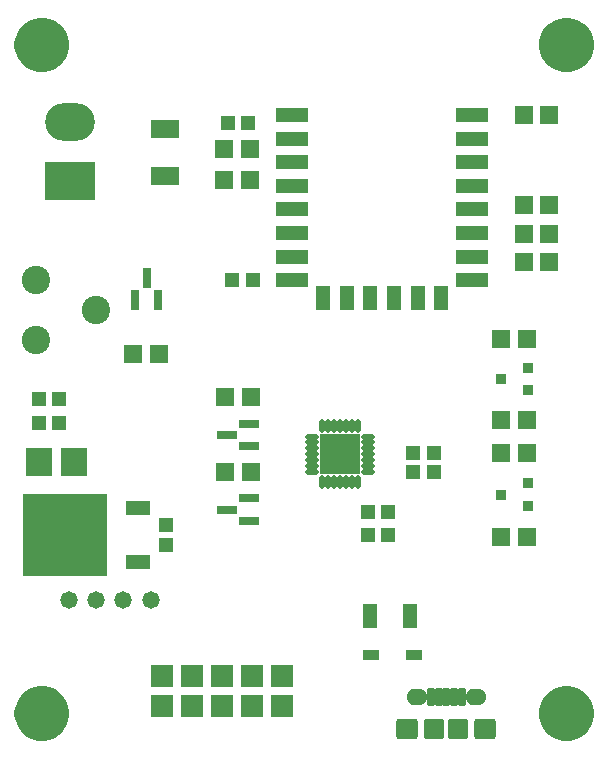
<source format=gts>
G04 Layer_Color=8388736*
%FSLAX44Y44*%
%MOMM*%
G71*
G01*
G75*
%ADD53R,1.2832X1.2532*%
%ADD54R,2.2032X2.4032*%
%ADD55R,1.4032X0.9032*%
%ADD56R,1.2032X2.1032*%
%ADD57R,7.1032X7.0032*%
%ADD58R,2.1032X1.1532*%
%ADD59R,0.8032X1.7032*%
%ADD60R,1.5532X1.5032*%
%ADD61R,2.3532X1.5032*%
%ADD62R,2.8032X1.3032*%
%ADD63R,1.3032X2.0032*%
%ADD64R,1.2532X1.2832*%
%ADD65R,1.7032X0.8032*%
%ADD66R,3.3533X3.3533*%
G04:AMPARAMS|DCode=67|XSize=0.4633mm|YSize=1.1732mm|CornerRadius=0.1666mm|HoleSize=0mm|Usage=FLASHONLY|Rotation=90.000|XOffset=0mm|YOffset=0mm|HoleType=Round|Shape=RoundedRectangle|*
%AMROUNDEDRECTD67*
21,1,0.4633,0.8400,0,0,90.0*
21,1,0.1301,1.1732,0,0,90.0*
1,1,0.3332,0.4200,0.0650*
1,1,0.3332,0.4200,-0.0650*
1,1,0.3332,-0.4200,-0.0650*
1,1,0.3332,-0.4200,0.0650*
%
%ADD67ROUNDEDRECTD67*%
G04:AMPARAMS|DCode=68|XSize=0.4633mm|YSize=1.1732mm|CornerRadius=0.1666mm|HoleSize=0mm|Usage=FLASHONLY|Rotation=0.000|XOffset=0mm|YOffset=0mm|HoleType=Round|Shape=RoundedRectangle|*
%AMROUNDEDRECTD68*
21,1,0.4633,0.8400,0,0,0.0*
21,1,0.1301,1.1732,0,0,0.0*
1,1,0.3332,0.0650,-0.4200*
1,1,0.3332,-0.0650,-0.4200*
1,1,0.3332,-0.0650,0.4200*
1,1,0.3332,0.0650,0.4200*
%
%ADD68ROUNDEDRECTD68*%
%ADD69R,0.9632X0.9632*%
G04:AMPARAMS|DCode=70|XSize=1.7272mm|YSize=1.7272mm|CornerRadius=0.1778mm|HoleSize=0mm|Usage=FLASHONLY|Rotation=0.000|XOffset=0mm|YOffset=0mm|HoleType=Round|Shape=RoundedRectangle|*
%AMROUNDEDRECTD70*
21,1,1.7272,1.3716,0,0,0.0*
21,1,1.3716,1.7272,0,0,0.0*
1,1,0.3556,0.6858,-0.6858*
1,1,0.3556,-0.6858,-0.6858*
1,1,0.3556,-0.6858,0.6858*
1,1,0.3556,0.6858,0.6858*
%
%ADD70ROUNDEDRECTD70*%
G04:AMPARAMS|DCode=71|XSize=0.6096mm|YSize=1.5494mm|CornerRadius=0.1219mm|HoleSize=0mm|Usage=FLASHONLY|Rotation=0.000|XOffset=0mm|YOffset=0mm|HoleType=Round|Shape=RoundedRectangle|*
%AMROUNDEDRECTD71*
21,1,0.6096,1.3056,0,0,0.0*
21,1,0.3658,1.5494,0,0,0.0*
1,1,0.2438,0.1829,-0.6528*
1,1,0.2438,-0.1829,-0.6528*
1,1,0.2438,-0.1829,0.6528*
1,1,0.2438,0.1829,0.6528*
%
%ADD71ROUNDEDRECTD71*%
G04:AMPARAMS|DCode=72|XSize=1.7272mm|YSize=1.2192mm|CornerRadius=0.508mm|HoleSize=0mm|Usage=FLASHONLY|Rotation=0.000|XOffset=0mm|YOffset=0mm|HoleType=Round|Shape=RoundedRectangle|*
%AMROUNDEDRECTD72*
21,1,1.7272,0.2032,0,0,0.0*
21,1,0.7112,1.2192,0,0,0.0*
1,1,1.0160,0.3556,-0.1016*
1,1,1.0160,-0.3556,-0.1016*
1,1,1.0160,-0.3556,0.1016*
1,1,1.0160,0.3556,0.1016*
%
%ADD72ROUNDEDRECTD72*%
G04:AMPARAMS|DCode=73|XSize=1.8542mm|YSize=1.7526mm|CornerRadius=0.2565mm|HoleSize=0mm|Usage=FLASHONLY|Rotation=0.000|XOffset=0mm|YOffset=0mm|HoleType=Round|Shape=RoundedRectangle|*
%AMROUNDEDRECTD73*
21,1,1.8542,1.2395,0,0,0.0*
21,1,1.3411,1.7526,0,0,0.0*
1,1,0.5131,0.6706,-0.6198*
1,1,0.5131,-0.6706,-0.6198*
1,1,0.5131,-0.6706,0.6198*
1,1,0.5131,0.6706,0.6198*
%
%ADD73ROUNDEDRECTD73*%
%ADD74R,1.9032X1.9032*%
%ADD75C,2.4032*%
%ADD76R,4.2032X3.2032*%
%ADD77O,4.2032X3.2032*%
%ADD78C,3.2032*%
%ADD79O,1.4032X1.7032*%
%ADD80O,1.7032X1.4032*%
%ADD81C,1.4732*%
G36*
X479110Y616299D02*
X483296Y614565D01*
X487063Y612047D01*
X490267Y608843D01*
X492785Y605076D01*
X494519Y600890D01*
X495403Y596446D01*
Y594180D01*
Y591914D01*
X494519Y587470D01*
X492785Y583284D01*
X490267Y579517D01*
X487063Y576313D01*
X483296Y573795D01*
X479110Y572061D01*
X474665Y571177D01*
X470134D01*
X465690Y572061D01*
X461504Y573795D01*
X457737Y576313D01*
X454533Y579517D01*
X452015Y583284D01*
X450281Y587470D01*
X449397Y591914D01*
Y594180D01*
Y596446D01*
X450281Y600890D01*
X452015Y605076D01*
X454533Y608843D01*
X457737Y612047D01*
X461504Y614565D01*
X465690Y616299D01*
X470134Y617183D01*
X474665D01*
X479110Y616299D01*
D02*
G37*
G36*
X34710D02*
X38896Y614565D01*
X42663Y612047D01*
X45867Y608843D01*
X48385Y605076D01*
X50119Y600890D01*
X51003Y596446D01*
Y594180D01*
Y591914D01*
X50119Y587470D01*
X48385Y583284D01*
X45867Y579517D01*
X42663Y576313D01*
X38896Y573795D01*
X34710Y572061D01*
X30266Y571177D01*
X25734D01*
X21290Y572061D01*
X17104Y573795D01*
X13337Y576313D01*
X10133Y579517D01*
X7615Y583284D01*
X5881Y587470D01*
X4997Y591914D01*
Y594180D01*
Y596446D01*
X5881Y600890D01*
X7615Y605076D01*
X10133Y608843D01*
X13337Y612047D01*
X17104Y614565D01*
X21290Y616299D01*
X25734Y617183D01*
X30266D01*
X34710Y616299D01*
D02*
G37*
G36*
X479110Y50119D02*
X483296Y48385D01*
X487063Y45867D01*
X490267Y42663D01*
X492785Y38896D01*
X494519Y34710D01*
X495403Y30266D01*
Y28000D01*
Y25734D01*
X494519Y21290D01*
X492785Y17104D01*
X490267Y13337D01*
X487063Y10133D01*
X483296Y7615D01*
X479110Y5881D01*
X474665Y4997D01*
X470134D01*
X465690Y5881D01*
X461504Y7615D01*
X457737Y10133D01*
X454533Y13337D01*
X452015Y17104D01*
X450281Y21290D01*
X449397Y25734D01*
Y28000D01*
Y30266D01*
X450281Y34710D01*
X452015Y38896D01*
X454533Y42663D01*
X457737Y45867D01*
X461504Y48385D01*
X465690Y50119D01*
X470134Y51003D01*
X474665D01*
X479110Y50119D01*
D02*
G37*
G36*
X34710D02*
X38896Y48385D01*
X42663Y45867D01*
X45867Y42663D01*
X48385Y38896D01*
X50119Y34710D01*
X51003Y30266D01*
Y28000D01*
Y25734D01*
X50119Y21290D01*
X48385Y17104D01*
X45867Y13337D01*
X42663Y10133D01*
X38896Y7615D01*
X34710Y5881D01*
X30266Y4997D01*
X25734D01*
X21290Y5881D01*
X17104Y7615D01*
X13337Y10133D01*
X10133Y13337D01*
X7615Y17104D01*
X5881Y21290D01*
X4997Y25734D01*
Y28000D01*
Y30266D01*
X5881Y34710D01*
X7615Y38896D01*
X10133Y42663D01*
X13337Y45867D01*
X17104Y48385D01*
X21290Y50119D01*
X25734Y51003D01*
X30266D01*
X34710Y50119D01*
D02*
G37*
D53*
X359770Y232558D02*
D03*
X342470D02*
D03*
X359770Y248770D02*
D03*
X342470D02*
D03*
X321310Y198890D02*
D03*
X304010D02*
D03*
X321310Y179070D02*
D03*
X304010D02*
D03*
X189470Y394970D02*
D03*
X206770D02*
D03*
X42940Y294370D02*
D03*
X25640D02*
D03*
X42941Y274320D02*
D03*
X25640D02*
D03*
X203080Y528320D02*
D03*
X185780D02*
D03*
D54*
X55640Y241300D02*
D03*
X25640D02*
D03*
D55*
X343620Y77470D02*
D03*
X306620D02*
D03*
D56*
X305620Y110490D02*
D03*
X339621D02*
D03*
D57*
X47540Y179070D02*
D03*
D58*
X109540Y201920D02*
D03*
Y156220D02*
D03*
D59*
X116840Y396850D02*
D03*
X126340Y377850D02*
D03*
X107340D02*
D03*
D60*
X105720Y332720D02*
D03*
X127220D02*
D03*
X204066Y505590D02*
D03*
X182566D02*
D03*
X205060Y295910D02*
D03*
X183560D02*
D03*
X205060Y232170D02*
D03*
X183560D02*
D03*
X436290Y410210D02*
D03*
X457790D02*
D03*
X436290Y458470D02*
D03*
X457790D02*
D03*
X204066Y479490D02*
D03*
X182566D02*
D03*
X436290Y434340D02*
D03*
X457790D02*
D03*
Y534670D02*
D03*
X436290D02*
D03*
X438740Y345440D02*
D03*
X417240D02*
D03*
X438740Y276860D02*
D03*
X417240D02*
D03*
X438740Y248920D02*
D03*
X417240D02*
D03*
X438740Y177800D02*
D03*
X417240D02*
D03*
D61*
X132080Y483020D02*
D03*
Y522820D02*
D03*
D62*
X240230Y534700D02*
D03*
Y514700D02*
D03*
Y494700D02*
D03*
Y474700D02*
D03*
Y454700D02*
D03*
Y434700D02*
D03*
Y414700D02*
D03*
X240230Y394700D02*
D03*
X392230Y394700D02*
D03*
Y414700D02*
D03*
Y434700D02*
D03*
Y454700D02*
D03*
Y474700D02*
D03*
Y494700D02*
D03*
Y514700D02*
D03*
Y534700D02*
D03*
D63*
X266230Y379700D02*
D03*
X286230D02*
D03*
X306230Y379700D02*
D03*
X326230Y379700D02*
D03*
X346230D02*
D03*
X366230Y379700D02*
D03*
D64*
X133350Y187720D02*
D03*
Y170420D02*
D03*
D65*
X184560Y200660D02*
D03*
X203560Y210160D02*
D03*
Y191160D02*
D03*
X184560Y263920D02*
D03*
X203560Y273420D02*
D03*
Y254420D02*
D03*
D66*
X280670Y247410D02*
D03*
D67*
X256969Y232409D02*
D03*
Y237410D02*
D03*
Y242409D02*
D03*
Y247410D02*
D03*
Y252411D02*
D03*
Y257410D02*
D03*
Y262411D02*
D03*
X304371D02*
D03*
Y257410D02*
D03*
Y252411D02*
D03*
Y247410D02*
D03*
Y242409D02*
D03*
Y237410D02*
D03*
Y232409D02*
D03*
D68*
X265669Y271111D02*
D03*
X270670D02*
D03*
X275669D02*
D03*
X280670D02*
D03*
X285671D02*
D03*
X290670D02*
D03*
X295671D02*
D03*
Y223710D02*
D03*
X290670D02*
D03*
X285671D02*
D03*
X280670D02*
D03*
X275669D02*
D03*
X270670D02*
D03*
X265669D02*
D03*
D69*
X439440Y301650D02*
D03*
Y320650D02*
D03*
X416540Y311150D02*
D03*
X439440Y203860D02*
D03*
Y222860D02*
D03*
X416540Y213360D02*
D03*
D70*
X380830Y15070D02*
D03*
X360510D02*
D03*
D71*
X383878Y41994D02*
D03*
X377274Y41994D02*
D03*
X370670D02*
D03*
X364066Y41994D02*
D03*
X357462Y41994D02*
D03*
D72*
X395562Y41994D02*
D03*
X345778Y41994D02*
D03*
D73*
X403690Y15070D02*
D03*
X337650Y15070D02*
D03*
D74*
X154940Y59690D02*
D03*
Y34290D02*
D03*
X205740D02*
D03*
Y59690D02*
D03*
X180340Y34290D02*
D03*
Y59690D02*
D03*
X231140D02*
D03*
Y34290D02*
D03*
X129540D02*
D03*
Y59690D02*
D03*
D75*
X22860Y394970D02*
D03*
Y344170D02*
D03*
X73660Y369570D02*
D03*
D76*
X52070Y478790D02*
D03*
D77*
Y528790D02*
D03*
D78*
X28000Y594180D02*
D03*
X472400D02*
D03*
X28000Y28000D02*
D03*
X472400D02*
D03*
D79*
X335618Y15070D02*
D03*
X405722D02*
D03*
D80*
X345778Y41994D02*
D03*
X395562D02*
D03*
D81*
X120380Y124040D02*
D03*
X97210D02*
D03*
X74040D02*
D03*
X50870D02*
D03*
X280670Y247410D02*
D03*
M02*

</source>
